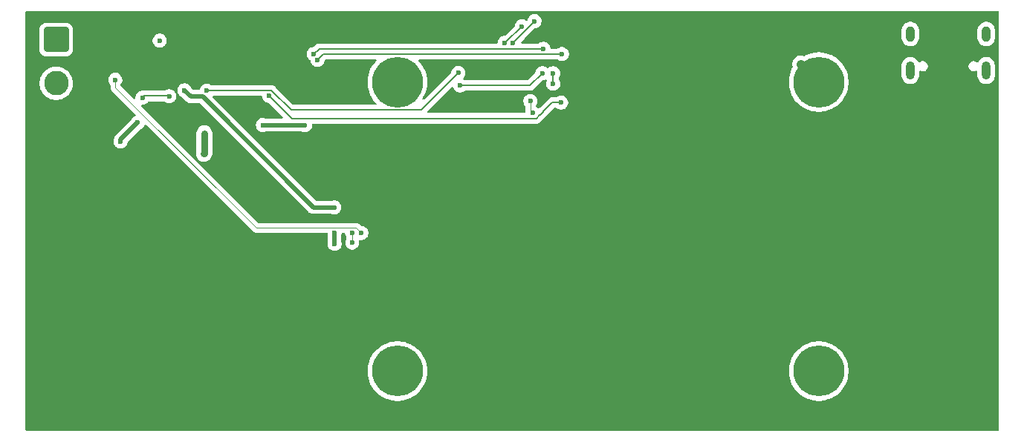
<source format=gbr>
%TF.GenerationSoftware,KiCad,Pcbnew,9.0.3*%
%TF.CreationDate,2025-11-10T23:22:15+01:00*%
%TF.ProjectId,AESS-PCB,41455353-2d50-4434-922e-6b696361645f,rev?*%
%TF.SameCoordinates,Original*%
%TF.FileFunction,Copper,L2,Bot*%
%TF.FilePolarity,Positive*%
%FSLAX46Y46*%
G04 Gerber Fmt 4.6, Leading zero omitted, Abs format (unit mm)*
G04 Created by KiCad (PCBNEW 9.0.3) date 2025-11-10 23:22:15*
%MOMM*%
%LPD*%
G01*
G04 APERTURE LIST*
G04 Aperture macros list*
%AMRoundRect*
0 Rectangle with rounded corners*
0 $1 Rounding radius*
0 $2 $3 $4 $5 $6 $7 $8 $9 X,Y pos of 4 corners*
0 Add a 4 corners polygon primitive as box body*
4,1,4,$2,$3,$4,$5,$6,$7,$8,$9,$2,$3,0*
0 Add four circle primitives for the rounded corners*
1,1,$1+$1,$2,$3*
1,1,$1+$1,$4,$5*
1,1,$1+$1,$6,$7*
1,1,$1+$1,$8,$9*
0 Add four rect primitives between the rounded corners*
20,1,$1+$1,$2,$3,$4,$5,0*
20,1,$1+$1,$4,$5,$6,$7,0*
20,1,$1+$1,$6,$7,$8,$9,0*
20,1,$1+$1,$8,$9,$2,$3,0*%
G04 Aperture macros list end*
%TA.AperFunction,HeatsinkPad*%
%ADD10O,1.000000X1.800000*%
%TD*%
%TA.AperFunction,HeatsinkPad*%
%ADD11O,1.000000X2.100000*%
%TD*%
%TA.AperFunction,ComponentPad*%
%ADD12RoundRect,0.250001X-1.149999X1.149999X-1.149999X-1.149999X1.149999X-1.149999X1.149999X1.149999X0*%
%TD*%
%TA.AperFunction,ComponentPad*%
%ADD13C,2.800000*%
%TD*%
%TA.AperFunction,ComponentPad*%
%ADD14C,5.800000*%
%TD*%
%TA.AperFunction,ViaPad*%
%ADD15C,0.600000*%
%TD*%
%TA.AperFunction,Conductor*%
%ADD16C,0.200000*%
%TD*%
%TA.AperFunction,Conductor*%
%ADD17C,0.500000*%
%TD*%
%TA.AperFunction,Conductor*%
%ADD18C,0.100000*%
%TD*%
%TA.AperFunction,Conductor*%
%ADD19C,1.000000*%
%TD*%
%TA.AperFunction,Conductor*%
%ADD20C,0.800000*%
%TD*%
G04 APERTURE END LIST*
D10*
%TO.P,J2,S1,SHIELD*%
%TO.N,GND*%
X120490000Y-15120000D03*
D11*
X120490000Y-19300000D03*
D10*
X129130000Y-15120000D03*
D11*
X129130000Y-19300000D03*
%TD*%
D12*
%TO.P,J3,1,Pin_1*%
%TO.N,/BAT+*%
X23182500Y-15750000D03*
D13*
%TO.P,J3,2,Pin_2*%
%TO.N,/BAT-*%
X23182500Y-20750000D03*
%TD*%
D14*
%TO.P,U1,SH1,MOUNTING_PADS*%
%TO.N,Net-(U1A-MOUNTING_PADS-PadSH1)*%
X62050000Y-20607500D03*
%TO.P,U1,SH3,MOUNTING_PADS*%
X62050000Y-53607500D03*
%TO.P,U1,SH2,MOUNTING_PADS*%
X110050000Y-20607500D03*
%TO.P,U1,SH4,MOUNTING_PADS*%
X110050000Y-53607500D03*
%TD*%
D15*
%TO.N,+5V*%
X40315084Y-21579000D03*
X69000000Y-19550000D03*
X36048414Y-22230936D03*
X33000000Y-22400000D03*
X32450000Y-25250000D03*
X30500000Y-27400000D03*
%TO.N,/SCL0*%
X56900000Y-38933500D03*
X56900000Y-37833500D03*
%TO.N,/3V3*%
X54900000Y-39100000D03*
X54900000Y-37800000D03*
%TO.N,GND*%
X79800000Y-20790000D03*
X79800000Y-19590000D03*
X40050000Y-26450000D03*
X40000000Y-28800000D03*
%TO.N,/BAT-*%
X34965397Y-15884603D03*
%TO.N,/3V3*%
X37800000Y-21550000D03*
X54867000Y-34917000D03*
%TO.N,/SCL0*%
X29900000Y-20350000D03*
%TO.N,/SDA0*%
X77200000Y-22761091D03*
X77477817Y-24150001D03*
%TO.N,/USB_DP*%
X74270000Y-16121000D03*
%TO.N,/USB_DN*%
X75190000Y-16170000D03*
X77680000Y-13660000D03*
%TO.N,/USB_DP*%
X76240735Y-14250735D03*
%TO.N,/SD_PWR_ON*%
X78560000Y-19590000D03*
X69200000Y-21010000D03*
%TO.N,GND*%
X51520000Y-25530000D03*
X46710000Y-25510000D03*
%TO.N,/SD_DAT2*%
X78690000Y-16806500D03*
X52538402Y-17404004D03*
%TO.N,/SD_DAT3*%
X80797985Y-17412015D03*
X52950000Y-18090000D03*
%TO.N,/SD_CMD*%
X47440000Y-22180000D03*
X80699750Y-22949750D03*
%TO.N,/SCL0*%
X57950000Y-37833500D03*
%TD*%
D16*
%TO.N,+5V*%
X36017478Y-22200000D02*
X36048414Y-22230936D01*
X33200000Y-22200000D02*
X36017478Y-22200000D01*
X33000000Y-22400000D02*
X33200000Y-22200000D01*
X64741500Y-23808500D02*
X69000000Y-19550000D01*
X49918443Y-23808500D02*
X64741500Y-23808500D01*
X40315084Y-21579000D02*
X47688943Y-21579000D01*
X47688943Y-21579000D02*
X49918443Y-23808500D01*
D17*
X30500000Y-27200000D02*
X32450000Y-25250000D01*
X30500000Y-27400000D02*
X30500000Y-27200000D01*
%TO.N,/3V3*%
X39850000Y-22260000D02*
X52507000Y-34917000D01*
X38510000Y-22260000D02*
X39850000Y-22260000D01*
X52507000Y-34917000D02*
X54867000Y-34917000D01*
X37800000Y-21550000D02*
X38510000Y-22260000D01*
D18*
%TO.N,/SCL0*%
X56900000Y-37833500D02*
X56900000Y-38933500D01*
D17*
%TO.N,/3V3*%
X54900000Y-37800000D02*
X54900000Y-39100000D01*
D18*
%TO.N,/SCL0*%
X29900000Y-21200000D02*
X45950000Y-37250000D01*
X45950000Y-37250000D02*
X57366500Y-37250000D01*
X29900000Y-20350000D02*
X29900000Y-21200000D01*
X57366500Y-37250000D02*
X57950000Y-37833500D01*
D19*
%TO.N,Net-(U1A-MOUNTING_PADS-PadSH1)*%
X108031500Y-18589000D02*
X110050000Y-20607500D01*
D16*
%TO.N,GND*%
X79800000Y-19590000D02*
X79800000Y-20790000D01*
D20*
X40000000Y-28800000D02*
X40050000Y-28750000D01*
X40050000Y-28750000D02*
X40050000Y-26450000D01*
D18*
%TO.N,/SDA0*%
X77200000Y-22761091D02*
X77200000Y-23872184D01*
X77200000Y-23872184D02*
X77477817Y-24150001D01*
D16*
%TO.N,/SD_CMD*%
X50010000Y-24750000D02*
X47440000Y-22180000D01*
X78269000Y-24351000D02*
X77870000Y-24750000D01*
X78298943Y-24351000D02*
X78269000Y-24351000D01*
X78651000Y-23998943D02*
X78298943Y-24351000D01*
X80699750Y-22949750D02*
X79670250Y-22949750D01*
X77870000Y-24750000D02*
X50010000Y-24750000D01*
X79670250Y-22949750D02*
X78651000Y-23969000D01*
X78651000Y-23969000D02*
X78651000Y-23998943D01*
%TO.N,/SD_PWR_ON*%
X77140000Y-21010000D02*
X78560000Y-19590000D01*
X69200000Y-21010000D02*
X77140000Y-21010000D01*
D17*
%TO.N,GND*%
X46710000Y-25510000D02*
X51500000Y-25510000D01*
X51500000Y-25510000D02*
X51520000Y-25530000D01*
D16*
%TO.N,/SD_DAT2*%
X53135906Y-16806500D02*
X78690000Y-16806500D01*
X52538402Y-17404004D02*
X53135906Y-16806500D01*
%TO.N,/SD_DAT3*%
X53633500Y-17406500D02*
X80792470Y-17406500D01*
X52950000Y-18090000D02*
X53633500Y-17406500D01*
X80792470Y-17406500D02*
X80797985Y-17412015D01*
%TO.N,/USB_DN*%
X77680000Y-13660000D02*
X75240000Y-16100000D01*
X75240000Y-16120000D02*
X75190000Y-16170000D01*
X75240000Y-16100000D02*
X75240000Y-16120000D01*
%TO.N,/USB_DP*%
X76189265Y-14250735D02*
X74419000Y-16021000D01*
X74170000Y-16021000D02*
X74270000Y-16121000D01*
X76240735Y-14250735D02*
X76189265Y-14250735D01*
X74419000Y-16021000D02*
X74170000Y-16021000D01*
%TD*%
%TA.AperFunction,NonConductor*%
G36*
X130542539Y-12520185D02*
G01*
X130588294Y-12572989D01*
X130599500Y-12624500D01*
X130599500Y-60275500D01*
X130579815Y-60342539D01*
X130527011Y-60388294D01*
X130475500Y-60399500D01*
X19774500Y-60399500D01*
X19707461Y-60379815D01*
X19661706Y-60327011D01*
X19650500Y-60275500D01*
X19650500Y-53440447D01*
X58649500Y-53440447D01*
X58649500Y-53774552D01*
X58682247Y-54107048D01*
X58682250Y-54107065D01*
X58747425Y-54434730D01*
X58747428Y-54434741D01*
X58844418Y-54754477D01*
X58972278Y-55063156D01*
X58972280Y-55063161D01*
X59129769Y-55357803D01*
X59129780Y-55357821D01*
X59315393Y-55635609D01*
X59315403Y-55635623D01*
X59527361Y-55893895D01*
X59763604Y-56130138D01*
X59763609Y-56130142D01*
X59763610Y-56130143D01*
X60021882Y-56342101D01*
X60299685Y-56527724D01*
X60299694Y-56527729D01*
X60299696Y-56527730D01*
X60594338Y-56685219D01*
X60594340Y-56685219D01*
X60594346Y-56685223D01*
X60903024Y-56813082D01*
X61222749Y-56910069D01*
X61222755Y-56910070D01*
X61222758Y-56910071D01*
X61222769Y-56910074D01*
X61428243Y-56950944D01*
X61550441Y-56975251D01*
X61882944Y-57008000D01*
X61882947Y-57008000D01*
X62217053Y-57008000D01*
X62217056Y-57008000D01*
X62549559Y-56975251D01*
X62711757Y-56942987D01*
X62877230Y-56910074D01*
X62877241Y-56910071D01*
X62877241Y-56910070D01*
X62877251Y-56910069D01*
X63196976Y-56813082D01*
X63505654Y-56685223D01*
X63800315Y-56527724D01*
X64078118Y-56342101D01*
X64336390Y-56130143D01*
X64572643Y-55893890D01*
X64784601Y-55635618D01*
X64970224Y-55357815D01*
X65127723Y-55063154D01*
X65255582Y-54754476D01*
X65352569Y-54434751D01*
X65352571Y-54434741D01*
X65352574Y-54434730D01*
X65385487Y-54269257D01*
X65417751Y-54107059D01*
X65450500Y-53774556D01*
X65450500Y-53440447D01*
X106649500Y-53440447D01*
X106649500Y-53774552D01*
X106682247Y-54107048D01*
X106682250Y-54107065D01*
X106747425Y-54434730D01*
X106747428Y-54434741D01*
X106844418Y-54754477D01*
X106972278Y-55063156D01*
X106972280Y-55063161D01*
X107129769Y-55357803D01*
X107129780Y-55357821D01*
X107315393Y-55635609D01*
X107315403Y-55635623D01*
X107527361Y-55893895D01*
X107763604Y-56130138D01*
X107763609Y-56130142D01*
X107763610Y-56130143D01*
X108021882Y-56342101D01*
X108299685Y-56527724D01*
X108299694Y-56527729D01*
X108299696Y-56527730D01*
X108594338Y-56685219D01*
X108594340Y-56685219D01*
X108594346Y-56685223D01*
X108903024Y-56813082D01*
X109222749Y-56910069D01*
X109222755Y-56910070D01*
X109222758Y-56910071D01*
X109222769Y-56910074D01*
X109428243Y-56950944D01*
X109550441Y-56975251D01*
X109882944Y-57008000D01*
X109882947Y-57008000D01*
X110217053Y-57008000D01*
X110217056Y-57008000D01*
X110549559Y-56975251D01*
X110711757Y-56942987D01*
X110877230Y-56910074D01*
X110877241Y-56910071D01*
X110877241Y-56910070D01*
X110877251Y-56910069D01*
X111196976Y-56813082D01*
X111505654Y-56685223D01*
X111800315Y-56527724D01*
X112078118Y-56342101D01*
X112336390Y-56130143D01*
X112572643Y-55893890D01*
X112784601Y-55635618D01*
X112970224Y-55357815D01*
X113127723Y-55063154D01*
X113255582Y-54754476D01*
X113352569Y-54434751D01*
X113352571Y-54434741D01*
X113352574Y-54434730D01*
X113385487Y-54269257D01*
X113417751Y-54107059D01*
X113450500Y-53774556D01*
X113450500Y-53440444D01*
X113417751Y-53107941D01*
X113393444Y-52985743D01*
X113352574Y-52780269D01*
X113352571Y-52780258D01*
X113352570Y-52780255D01*
X113352569Y-52780249D01*
X113255582Y-52460524D01*
X113127723Y-52151846D01*
X112970224Y-51857185D01*
X112784601Y-51579382D01*
X112572643Y-51321110D01*
X112572642Y-51321109D01*
X112572638Y-51321104D01*
X112336395Y-51084861D01*
X112078123Y-50872903D01*
X112078122Y-50872902D01*
X112078118Y-50872899D01*
X111800315Y-50687276D01*
X111800310Y-50687273D01*
X111800303Y-50687269D01*
X111505661Y-50529780D01*
X111505656Y-50529778D01*
X111196977Y-50401918D01*
X110877241Y-50304928D01*
X110877230Y-50304925D01*
X110549565Y-50239750D01*
X110549548Y-50239747D01*
X110298108Y-50214983D01*
X110217056Y-50207000D01*
X109882944Y-50207000D01*
X109807982Y-50214383D01*
X109550451Y-50239747D01*
X109550434Y-50239750D01*
X109222769Y-50304925D01*
X109222758Y-50304928D01*
X108903022Y-50401918D01*
X108594343Y-50529778D01*
X108594338Y-50529780D01*
X108299696Y-50687269D01*
X108299678Y-50687280D01*
X108021890Y-50872893D01*
X108021876Y-50872903D01*
X107763604Y-51084861D01*
X107527361Y-51321104D01*
X107315403Y-51579376D01*
X107315393Y-51579390D01*
X107129780Y-51857178D01*
X107129769Y-51857196D01*
X106972280Y-52151838D01*
X106972278Y-52151843D01*
X106844418Y-52460522D01*
X106747428Y-52780258D01*
X106747425Y-52780269D01*
X106682250Y-53107934D01*
X106682247Y-53107951D01*
X106649500Y-53440447D01*
X65450500Y-53440447D01*
X65450500Y-53440444D01*
X65417751Y-53107941D01*
X65393444Y-52985743D01*
X65352574Y-52780269D01*
X65352571Y-52780258D01*
X65352570Y-52780255D01*
X65352569Y-52780249D01*
X65255582Y-52460524D01*
X65127723Y-52151846D01*
X64970224Y-51857185D01*
X64784601Y-51579382D01*
X64572643Y-51321110D01*
X64572642Y-51321109D01*
X64572638Y-51321104D01*
X64336395Y-51084861D01*
X64078123Y-50872903D01*
X64078122Y-50872902D01*
X64078118Y-50872899D01*
X63800315Y-50687276D01*
X63800310Y-50687273D01*
X63800303Y-50687269D01*
X63505661Y-50529780D01*
X63505656Y-50529778D01*
X63196977Y-50401918D01*
X62877241Y-50304928D01*
X62877230Y-50304925D01*
X62549565Y-50239750D01*
X62549548Y-50239747D01*
X62298108Y-50214983D01*
X62217056Y-50207000D01*
X61882944Y-50207000D01*
X61807982Y-50214383D01*
X61550451Y-50239747D01*
X61550434Y-50239750D01*
X61222769Y-50304925D01*
X61222758Y-50304928D01*
X60903022Y-50401918D01*
X60594343Y-50529778D01*
X60594338Y-50529780D01*
X60299696Y-50687269D01*
X60299678Y-50687280D01*
X60021890Y-50872893D01*
X60021876Y-50872903D01*
X59763604Y-51084861D01*
X59527361Y-51321104D01*
X59315403Y-51579376D01*
X59315393Y-51579390D01*
X59129780Y-51857178D01*
X59129769Y-51857196D01*
X58972280Y-52151838D01*
X58972278Y-52151843D01*
X58844418Y-52460522D01*
X58747428Y-52780258D01*
X58747425Y-52780269D01*
X58682250Y-53107934D01*
X58682247Y-53107951D01*
X58649500Y-53440447D01*
X19650500Y-53440447D01*
X19650500Y-20625441D01*
X21282000Y-20625441D01*
X21282000Y-20874558D01*
X21282001Y-20874575D01*
X21312606Y-21107048D01*
X21314518Y-21121565D01*
X21374521Y-21345498D01*
X21378998Y-21362207D01*
X21474330Y-21592361D01*
X21474337Y-21592376D01*
X21598900Y-21808126D01*
X21750560Y-22005774D01*
X21750566Y-22005781D01*
X21926718Y-22181933D01*
X21926725Y-22181939D01*
X22124373Y-22333599D01*
X22340123Y-22458162D01*
X22340138Y-22458169D01*
X22390048Y-22478842D01*
X22570293Y-22553502D01*
X22810935Y-22617982D01*
X23057935Y-22650500D01*
X23057942Y-22650500D01*
X23307058Y-22650500D01*
X23307065Y-22650500D01*
X23554065Y-22617982D01*
X23794707Y-22553502D01*
X24024873Y-22458164D01*
X24240627Y-22333599D01*
X24438276Y-22181938D01*
X24614438Y-22005776D01*
X24766099Y-21808127D01*
X24890664Y-21592373D01*
X24986002Y-21362207D01*
X25050482Y-21121565D01*
X25083000Y-20874565D01*
X25083000Y-20625435D01*
X25050482Y-20378435D01*
X25021736Y-20271153D01*
X29099500Y-20271153D01*
X29099500Y-20428846D01*
X29130261Y-20583489D01*
X29130264Y-20583501D01*
X29190602Y-20729172D01*
X29190609Y-20729185D01*
X29278210Y-20860288D01*
X29278213Y-20860292D01*
X29313180Y-20895258D01*
X29346666Y-20956580D01*
X29349500Y-20982940D01*
X29349500Y-21272474D01*
X29369067Y-21345502D01*
X29387014Y-21412480D01*
X29387016Y-21412485D01*
X29449979Y-21521542D01*
X29459489Y-21538013D01*
X29459491Y-21538016D01*
X32216259Y-24294784D01*
X32249744Y-24356107D01*
X32244760Y-24425799D01*
X32202888Y-24481732D01*
X32176031Y-24497026D01*
X32070824Y-24540604D01*
X32070814Y-24540609D01*
X31939711Y-24628210D01*
X31939707Y-24628213D01*
X31828213Y-24739707D01*
X31828207Y-24739715D01*
X31740607Y-24870818D01*
X31740605Y-24870822D01*
X31730805Y-24894480D01*
X31703927Y-24934704D01*
X29917052Y-26721578D01*
X29917049Y-26721581D01*
X29881691Y-26774498D01*
X29881692Y-26774499D01*
X29834914Y-26844508D01*
X29778342Y-26981084D01*
X29778340Y-26981090D01*
X29754186Y-27102518D01*
X29747132Y-27125774D01*
X29730262Y-27166503D01*
X29730262Y-27166505D01*
X29699500Y-27321155D01*
X29699500Y-27478846D01*
X29730261Y-27633489D01*
X29730264Y-27633501D01*
X29790602Y-27779172D01*
X29790609Y-27779185D01*
X29878210Y-27910288D01*
X29878213Y-27910292D01*
X29989707Y-28021786D01*
X29989711Y-28021789D01*
X30120814Y-28109390D01*
X30120827Y-28109397D01*
X30266498Y-28169735D01*
X30266503Y-28169737D01*
X30421153Y-28200499D01*
X30421156Y-28200500D01*
X30421158Y-28200500D01*
X30578844Y-28200500D01*
X30578845Y-28200499D01*
X30733497Y-28169737D01*
X30879179Y-28109394D01*
X31010289Y-28021789D01*
X31121789Y-27910289D01*
X31209394Y-27779179D01*
X31269737Y-27633497D01*
X31297625Y-27493294D01*
X31330009Y-27431384D01*
X31331504Y-27429862D01*
X32765295Y-25996070D01*
X32805519Y-25969193D01*
X32829179Y-25959394D01*
X32960289Y-25871789D01*
X33071789Y-25760289D01*
X33159394Y-25629179D01*
X33159395Y-25629176D01*
X33159397Y-25629173D01*
X33202973Y-25523969D01*
X33246813Y-25469565D01*
X33313107Y-25447500D01*
X33380807Y-25464779D01*
X33405215Y-25483740D01*
X45611986Y-37690510D01*
X45665070Y-37721158D01*
X45737515Y-37762984D01*
X45877525Y-37800500D01*
X45877526Y-37800500D01*
X46022474Y-37800500D01*
X53982152Y-37800500D01*
X54010331Y-37808774D01*
X54039171Y-37814387D01*
X54043476Y-37818506D01*
X54049191Y-37820185D01*
X54068422Y-37842379D01*
X54089651Y-37862694D01*
X54092421Y-37870075D01*
X54094946Y-37872989D01*
X54102709Y-37895484D01*
X54103292Y-37897909D01*
X54130263Y-38033497D01*
X54143781Y-38066133D01*
X54146057Y-38075588D01*
X54145593Y-38084964D01*
X54149500Y-38104604D01*
X54149500Y-38795396D01*
X54140062Y-38842844D01*
X54130263Y-38866503D01*
X54130262Y-38866506D01*
X54130260Y-38866511D01*
X54099500Y-39021153D01*
X54099500Y-39178846D01*
X54130261Y-39333489D01*
X54130264Y-39333501D01*
X54190602Y-39479172D01*
X54190609Y-39479185D01*
X54278210Y-39610288D01*
X54278213Y-39610292D01*
X54389707Y-39721786D01*
X54389711Y-39721789D01*
X54520814Y-39809390D01*
X54520827Y-39809397D01*
X54666498Y-39869735D01*
X54666503Y-39869737D01*
X54821153Y-39900499D01*
X54821156Y-39900500D01*
X54821158Y-39900500D01*
X54978844Y-39900500D01*
X54978845Y-39900499D01*
X55133497Y-39869737D01*
X55279179Y-39809394D01*
X55410289Y-39721789D01*
X55521789Y-39610289D01*
X55609394Y-39479179D01*
X55669737Y-39333497D01*
X55700500Y-39178842D01*
X55700500Y-39021158D01*
X55700500Y-39021155D01*
X55700499Y-39021153D01*
X55669739Y-38866511D01*
X55669738Y-38866508D01*
X55669737Y-38866503D01*
X55659937Y-38842844D01*
X55650500Y-38795396D01*
X55650500Y-38104604D01*
X55653943Y-38075588D01*
X55656218Y-38066133D01*
X55669737Y-38033497D01*
X55696707Y-37897909D01*
X55697291Y-37895484D01*
X55713518Y-37867258D01*
X55728616Y-37838397D01*
X55730840Y-37837130D01*
X55732116Y-37834912D01*
X55761027Y-37819940D01*
X55789332Y-37803823D01*
X55792971Y-37803398D01*
X55794161Y-37802783D01*
X55796431Y-37802995D01*
X55817848Y-37800500D01*
X55976097Y-37800500D01*
X56043136Y-37820185D01*
X56088891Y-37872989D01*
X56097910Y-37906447D01*
X56098311Y-37906368D01*
X56130261Y-38066989D01*
X56130264Y-38067001D01*
X56190602Y-38212672D01*
X56190609Y-38212685D01*
X56258713Y-38314609D01*
X56279591Y-38381287D01*
X56261107Y-38448667D01*
X56258713Y-38452391D01*
X56190609Y-38554314D01*
X56190602Y-38554327D01*
X56130264Y-38699998D01*
X56130261Y-38700010D01*
X56099500Y-38854653D01*
X56099500Y-39012346D01*
X56130261Y-39166989D01*
X56130264Y-39167001D01*
X56190602Y-39312672D01*
X56190609Y-39312685D01*
X56278210Y-39443788D01*
X56278213Y-39443792D01*
X56389707Y-39555286D01*
X56389711Y-39555289D01*
X56520814Y-39642890D01*
X56520827Y-39642897D01*
X56666498Y-39703235D01*
X56666503Y-39703237D01*
X56759770Y-39721789D01*
X56821153Y-39733999D01*
X56821156Y-39734000D01*
X56821158Y-39734000D01*
X56978844Y-39734000D01*
X56978845Y-39733999D01*
X57133497Y-39703237D01*
X57279179Y-39642894D01*
X57410289Y-39555289D01*
X57521789Y-39443789D01*
X57609394Y-39312679D01*
X57669737Y-39166997D01*
X57700500Y-39012342D01*
X57700500Y-38854658D01*
X57683974Y-38771577D01*
X57690201Y-38701988D01*
X57733063Y-38646810D01*
X57798953Y-38623565D01*
X57829783Y-38625770D01*
X57871156Y-38634000D01*
X57871158Y-38634000D01*
X58028844Y-38634000D01*
X58028845Y-38633999D01*
X58183497Y-38603237D01*
X58301592Y-38554321D01*
X58329172Y-38542897D01*
X58329172Y-38542896D01*
X58329179Y-38542894D01*
X58460289Y-38455289D01*
X58571789Y-38343789D01*
X58659394Y-38212679D01*
X58719737Y-38066997D01*
X58750500Y-37912342D01*
X58750500Y-37754658D01*
X58750500Y-37754655D01*
X58750499Y-37754653D01*
X58719738Y-37600010D01*
X58719737Y-37600003D01*
X58719735Y-37599998D01*
X58659397Y-37454327D01*
X58659390Y-37454314D01*
X58571789Y-37323211D01*
X58571786Y-37323207D01*
X58460292Y-37211713D01*
X58460288Y-37211710D01*
X58329185Y-37124109D01*
X58329172Y-37124102D01*
X58183501Y-37063764D01*
X58183489Y-37063761D01*
X58028845Y-37033000D01*
X58028842Y-37033000D01*
X57979387Y-37033000D01*
X57912348Y-37013315D01*
X57891706Y-36996681D01*
X57704516Y-36809491D01*
X57704515Y-36809490D01*
X57578985Y-36737016D01*
X57578986Y-36737016D01*
X57543982Y-36727637D01*
X57438975Y-36699500D01*
X57438972Y-36699500D01*
X46229386Y-36699500D01*
X46162347Y-36679815D01*
X46141705Y-36663181D01*
X38271422Y-28792897D01*
X38189833Y-28711308D01*
X39099500Y-28711308D01*
X39099500Y-28718555D01*
X39099500Y-28888696D01*
X39134103Y-29062658D01*
X39134105Y-29062666D01*
X39201988Y-29226548D01*
X39300534Y-29374034D01*
X39300540Y-29374041D01*
X39425958Y-29499459D01*
X39425965Y-29499465D01*
X39573451Y-29598011D01*
X39573452Y-29598011D01*
X39573453Y-29598012D01*
X39737334Y-29665895D01*
X39911303Y-29700499D01*
X39911307Y-29700500D01*
X39911308Y-29700500D01*
X40088693Y-29700500D01*
X40088694Y-29700499D01*
X40262666Y-29665895D01*
X40426547Y-29598012D01*
X40574036Y-29499464D01*
X40749464Y-29324035D01*
X40761998Y-29305276D01*
X40848013Y-29176547D01*
X40907266Y-29033497D01*
X40915895Y-29012666D01*
X40950500Y-28838691D01*
X40950500Y-28661308D01*
X40950500Y-26361309D01*
X40950500Y-26361306D01*
X40950499Y-26361304D01*
X40915896Y-26187341D01*
X40915893Y-26187332D01*
X40848016Y-26023459D01*
X40848009Y-26023446D01*
X40749464Y-25875965D01*
X40749461Y-25875961D01*
X40624038Y-25750538D01*
X40624034Y-25750535D01*
X40476553Y-25651990D01*
X40476540Y-25651983D01*
X40312667Y-25584106D01*
X40312658Y-25584103D01*
X40138694Y-25549500D01*
X40138691Y-25549500D01*
X39961309Y-25549500D01*
X39961306Y-25549500D01*
X39787341Y-25584103D01*
X39787332Y-25584106D01*
X39623459Y-25651983D01*
X39623446Y-25651990D01*
X39475965Y-25750535D01*
X39475961Y-25750538D01*
X39350538Y-25875961D01*
X39350535Y-25875965D01*
X39251990Y-26023446D01*
X39251983Y-26023459D01*
X39184106Y-26187332D01*
X39184103Y-26187341D01*
X39149500Y-26361304D01*
X39149500Y-28475502D01*
X39148018Y-28482948D01*
X39146663Y-28501875D01*
X39144304Y-28512709D01*
X39134105Y-28537334D01*
X39099500Y-28711308D01*
X38189833Y-28711308D01*
X32890706Y-23412181D01*
X32857221Y-23350858D01*
X32862205Y-23281166D01*
X32904077Y-23225233D01*
X32969541Y-23200816D01*
X32978387Y-23200500D01*
X33078844Y-23200500D01*
X33078845Y-23200499D01*
X33233497Y-23169737D01*
X33379179Y-23109394D01*
X33510289Y-23021789D01*
X33621789Y-22910289D01*
X33658325Y-22855610D01*
X33711937Y-22810804D01*
X33761427Y-22800500D01*
X35434537Y-22800500D01*
X35501576Y-22820185D01*
X35522218Y-22836819D01*
X35538121Y-22852722D01*
X35538125Y-22852725D01*
X35669228Y-22940326D01*
X35669241Y-22940333D01*
X35800207Y-22994580D01*
X35814917Y-23000673D01*
X35963283Y-23030185D01*
X35969567Y-23031435D01*
X35969570Y-23031436D01*
X35969572Y-23031436D01*
X36127258Y-23031436D01*
X36127259Y-23031435D01*
X36281911Y-23000673D01*
X36427593Y-22940330D01*
X36558703Y-22852725D01*
X36670203Y-22741225D01*
X36757808Y-22610115D01*
X36818151Y-22464433D01*
X36848914Y-22309778D01*
X36848914Y-22152094D01*
X36848914Y-22152091D01*
X36848913Y-22152089D01*
X36831223Y-22063156D01*
X36818151Y-21997439D01*
X36802888Y-21960591D01*
X36757811Y-21851763D01*
X36757804Y-21851750D01*
X36670203Y-21720647D01*
X36670200Y-21720643D01*
X36558706Y-21609149D01*
X36558702Y-21609146D01*
X36497374Y-21568168D01*
X36427599Y-21521545D01*
X36427586Y-21521538D01*
X36305944Y-21471153D01*
X36999500Y-21471153D01*
X36999500Y-21628846D01*
X37030261Y-21783489D01*
X37030264Y-21783501D01*
X37090602Y-21929172D01*
X37090609Y-21929185D01*
X37178210Y-22060288D01*
X37178213Y-22060292D01*
X37289710Y-22171789D01*
X37377315Y-22230324D01*
X37420821Y-22259394D01*
X37420826Y-22259396D01*
X37420828Y-22259397D01*
X37444473Y-22269191D01*
X37484705Y-22296072D01*
X37927049Y-22738416D01*
X38031584Y-22842951D01*
X38031587Y-22842953D01*
X38031588Y-22842954D01*
X38154503Y-22925083D01*
X38154506Y-22925085D01*
X38204665Y-22945861D01*
X38211080Y-22948518D01*
X38291088Y-22981659D01*
X38407241Y-23004763D01*
X38430380Y-23009365D01*
X38436081Y-23010500D01*
X38436082Y-23010500D01*
X38436083Y-23010500D01*
X38583918Y-23010500D01*
X39487770Y-23010500D01*
X39554809Y-23030185D01*
X39575451Y-23046819D01*
X52028578Y-35499947D01*
X52028585Y-35499953D01*
X52086704Y-35538786D01*
X52086706Y-35538787D01*
X52086709Y-35538789D01*
X52151505Y-35582084D01*
X52288087Y-35638658D01*
X52288091Y-35638658D01*
X52288092Y-35638659D01*
X52433079Y-35667500D01*
X52433082Y-35667500D01*
X52433083Y-35667500D01*
X52580917Y-35667500D01*
X54562396Y-35667500D01*
X54609844Y-35676937D01*
X54633503Y-35686737D01*
X54633508Y-35686738D01*
X54633511Y-35686739D01*
X54788153Y-35717499D01*
X54788156Y-35717500D01*
X54788158Y-35717500D01*
X54945844Y-35717500D01*
X54945845Y-35717499D01*
X55100497Y-35686737D01*
X55246179Y-35626394D01*
X55377289Y-35538789D01*
X55488789Y-35427289D01*
X55576394Y-35296179D01*
X55636737Y-35150497D01*
X55667500Y-34995842D01*
X55667500Y-34838158D01*
X55667500Y-34838155D01*
X55667499Y-34838153D01*
X55636738Y-34683510D01*
X55636737Y-34683503D01*
X55636735Y-34683498D01*
X55576397Y-34537827D01*
X55576390Y-34537814D01*
X55488789Y-34406711D01*
X55488786Y-34406707D01*
X55377292Y-34295213D01*
X55377288Y-34295210D01*
X55246185Y-34207609D01*
X55246172Y-34207602D01*
X55100501Y-34147264D01*
X55100489Y-34147261D01*
X54945845Y-34116500D01*
X54945842Y-34116500D01*
X54788158Y-34116500D01*
X54788155Y-34116500D01*
X54633511Y-34147260D01*
X54633506Y-34147262D01*
X54633504Y-34147262D01*
X54633503Y-34147263D01*
X54609844Y-34157062D01*
X54562396Y-34166500D01*
X52869230Y-34166500D01*
X52802191Y-34146815D01*
X52781549Y-34130181D01*
X41042549Y-22391181D01*
X41009064Y-22329858D01*
X41014048Y-22260166D01*
X41055920Y-22204233D01*
X41121384Y-22179816D01*
X41130230Y-22179500D01*
X46521954Y-22179500D01*
X46588993Y-22199185D01*
X46634748Y-22251989D01*
X46643571Y-22279309D01*
X46670261Y-22413489D01*
X46670263Y-22413497D01*
X46730602Y-22559172D01*
X46730609Y-22559185D01*
X46818210Y-22690288D01*
X46818213Y-22690292D01*
X46929707Y-22801786D01*
X46929711Y-22801789D01*
X47060814Y-22889390D01*
X47060827Y-22889397D01*
X47197145Y-22945861D01*
X47206503Y-22949737D01*
X47271147Y-22962595D01*
X47361849Y-22980638D01*
X47423760Y-23013023D01*
X47425339Y-23014574D01*
X48958584Y-24547819D01*
X48992069Y-24609142D01*
X48987085Y-24678834D01*
X48945213Y-24734767D01*
X48879749Y-24759184D01*
X48870903Y-24759500D01*
X47014604Y-24759500D01*
X46967155Y-24750062D01*
X46943497Y-24740263D01*
X46943493Y-24740262D01*
X46943488Y-24740260D01*
X46788845Y-24709500D01*
X46788842Y-24709500D01*
X46631158Y-24709500D01*
X46631155Y-24709500D01*
X46476510Y-24740261D01*
X46476498Y-24740264D01*
X46330827Y-24800602D01*
X46330814Y-24800609D01*
X46199711Y-24888210D01*
X46199707Y-24888213D01*
X46088213Y-24999707D01*
X46088210Y-24999711D01*
X46000609Y-25130814D01*
X46000602Y-25130827D01*
X45940264Y-25276498D01*
X45940261Y-25276510D01*
X45909500Y-25431153D01*
X45909500Y-25588846D01*
X45940261Y-25743489D01*
X45940264Y-25743501D01*
X46000602Y-25889172D01*
X46000609Y-25889185D01*
X46088210Y-26020288D01*
X46088213Y-26020292D01*
X46199707Y-26131786D01*
X46199711Y-26131789D01*
X46330814Y-26219390D01*
X46330827Y-26219397D01*
X46430060Y-26260500D01*
X46476503Y-26279737D01*
X46631153Y-26310499D01*
X46631156Y-26310500D01*
X46631158Y-26310500D01*
X46788844Y-26310500D01*
X46788845Y-26310499D01*
X46865152Y-26295320D01*
X46943488Y-26279739D01*
X46943489Y-26279738D01*
X46943497Y-26279737D01*
X46967155Y-26269937D01*
X47014604Y-26260500D01*
X51167111Y-26260500D01*
X51214563Y-26269939D01*
X51238223Y-26279739D01*
X51286503Y-26299737D01*
X51441153Y-26330499D01*
X51441156Y-26330500D01*
X51441158Y-26330500D01*
X51598844Y-26330500D01*
X51598845Y-26330499D01*
X51753497Y-26299737D01*
X51899179Y-26239394D01*
X52030289Y-26151789D01*
X52141789Y-26040289D01*
X52229394Y-25909179D01*
X52289737Y-25763497D01*
X52320500Y-25608842D01*
X52320500Y-25474500D01*
X52340185Y-25407461D01*
X52392989Y-25361706D01*
X52444500Y-25350500D01*
X77783331Y-25350500D01*
X77783347Y-25350501D01*
X77790943Y-25350501D01*
X77949054Y-25350501D01*
X77949057Y-25350501D01*
X78101785Y-25309577D01*
X78159070Y-25276503D01*
X78238716Y-25230520D01*
X78350520Y-25118716D01*
X78350520Y-25118714D01*
X78360724Y-25108511D01*
X78360728Y-25108506D01*
X78585268Y-24883965D01*
X78610945Y-24864263D01*
X78667659Y-24831520D01*
X78779463Y-24719716D01*
X78779464Y-24719714D01*
X79131520Y-24367659D01*
X79164262Y-24310946D01*
X79183965Y-24285268D01*
X79882666Y-23586569D01*
X79909593Y-23571865D01*
X79935412Y-23555273D01*
X79941612Y-23554381D01*
X79943989Y-23553084D01*
X79970347Y-23550250D01*
X80119984Y-23550250D01*
X80187023Y-23569935D01*
X80188875Y-23571148D01*
X80320564Y-23659140D01*
X80320577Y-23659147D01*
X80466248Y-23719485D01*
X80466253Y-23719487D01*
X80620903Y-23750249D01*
X80620906Y-23750250D01*
X80620908Y-23750250D01*
X80778594Y-23750250D01*
X80778595Y-23750249D01*
X80933247Y-23719487D01*
X81078929Y-23659144D01*
X81210039Y-23571539D01*
X81321539Y-23460039D01*
X81409144Y-23328929D01*
X81469487Y-23183247D01*
X81500250Y-23028592D01*
X81500250Y-22870908D01*
X81500250Y-22870905D01*
X81500249Y-22870903D01*
X81496633Y-22852722D01*
X81469487Y-22716253D01*
X81458734Y-22690292D01*
X81409147Y-22570577D01*
X81409140Y-22570564D01*
X81321539Y-22439461D01*
X81321536Y-22439457D01*
X81210042Y-22327963D01*
X81210038Y-22327960D01*
X81078935Y-22240359D01*
X81078922Y-22240352D01*
X80933251Y-22180014D01*
X80933239Y-22180011D01*
X80778595Y-22149250D01*
X80778592Y-22149250D01*
X80620908Y-22149250D01*
X80620905Y-22149250D01*
X80466260Y-22180011D01*
X80466248Y-22180014D01*
X80320577Y-22240352D01*
X80320564Y-22240359D01*
X80188875Y-22328352D01*
X80122197Y-22349230D01*
X80119984Y-22349250D01*
X79749307Y-22349250D01*
X79591193Y-22349250D01*
X79438465Y-22390173D01*
X79438464Y-22390173D01*
X79438462Y-22390174D01*
X79438459Y-22390175D01*
X79398068Y-22413496D01*
X79398066Y-22413497D01*
X79301540Y-22469225D01*
X79301532Y-22469231D01*
X78282286Y-23488477D01*
X78282286Y-23488478D01*
X78282284Y-23488480D01*
X78242553Y-23528211D01*
X78203010Y-23567754D01*
X78141686Y-23601238D01*
X78071995Y-23596253D01*
X78027648Y-23567753D01*
X77988109Y-23528214D01*
X77988105Y-23528211D01*
X77857585Y-23441000D01*
X77812780Y-23387388D01*
X77804073Y-23318063D01*
X77823373Y-23269009D01*
X77909394Y-23140270D01*
X77969737Y-22994588D01*
X78000500Y-22839933D01*
X78000500Y-22682249D01*
X78000500Y-22682246D01*
X78000499Y-22682244D01*
X77991223Y-22635609D01*
X77969737Y-22527594D01*
X77969735Y-22527589D01*
X77909397Y-22381918D01*
X77909390Y-22381905D01*
X77821789Y-22250802D01*
X77821786Y-22250798D01*
X77710292Y-22139304D01*
X77710288Y-22139301D01*
X77579185Y-22051700D01*
X77579172Y-22051693D01*
X77433501Y-21991355D01*
X77433489Y-21991352D01*
X77278845Y-21960591D01*
X77278842Y-21960591D01*
X77121158Y-21960591D01*
X77121155Y-21960591D01*
X76966510Y-21991352D01*
X76966498Y-21991355D01*
X76820827Y-22051693D01*
X76820814Y-22051700D01*
X76689711Y-22139301D01*
X76689707Y-22139304D01*
X76578213Y-22250798D01*
X76578210Y-22250802D01*
X76490609Y-22381905D01*
X76490602Y-22381918D01*
X76430264Y-22527589D01*
X76430261Y-22527601D01*
X76399500Y-22682244D01*
X76399500Y-22839937D01*
X76430261Y-22994580D01*
X76430264Y-22994592D01*
X76490602Y-23140263D01*
X76490609Y-23140276D01*
X76578210Y-23271379D01*
X76578213Y-23271383D01*
X76613180Y-23306349D01*
X76646666Y-23367671D01*
X76649500Y-23394031D01*
X76649500Y-23944658D01*
X76662562Y-23993407D01*
X76660899Y-24063257D01*
X76621736Y-24121119D01*
X76557507Y-24148623D01*
X76542787Y-24149500D01*
X65549097Y-24149500D01*
X65482058Y-24129815D01*
X65436303Y-24077011D01*
X65426359Y-24007853D01*
X65455384Y-23944297D01*
X65461416Y-23937819D01*
X66840063Y-22559172D01*
X68220678Y-21178556D01*
X68281999Y-21145073D01*
X68351691Y-21150057D01*
X68407624Y-21191929D01*
X68428077Y-21237791D01*
X68428494Y-21237665D01*
X68429499Y-21240978D01*
X68429974Y-21242043D01*
X68430263Y-21243497D01*
X68430264Y-21243501D01*
X68490602Y-21389172D01*
X68490609Y-21389185D01*
X68578210Y-21520288D01*
X68578213Y-21520292D01*
X68689707Y-21631786D01*
X68689711Y-21631789D01*
X68820814Y-21719390D01*
X68820827Y-21719397D01*
X68962816Y-21778210D01*
X68966503Y-21779737D01*
X69109223Y-21808126D01*
X69121153Y-21810499D01*
X69121156Y-21810500D01*
X69121158Y-21810500D01*
X69278844Y-21810500D01*
X69278845Y-21810499D01*
X69433497Y-21779737D01*
X69579179Y-21719394D01*
X69622259Y-21690609D01*
X69710875Y-21631398D01*
X69777553Y-21610520D01*
X69779766Y-21610500D01*
X77053331Y-21610500D01*
X77053347Y-21610501D01*
X77060943Y-21610501D01*
X77219054Y-21610501D01*
X77219057Y-21610501D01*
X77371785Y-21569577D01*
X77441200Y-21529500D01*
X77508716Y-21490520D01*
X77620520Y-21378716D01*
X77620520Y-21378714D01*
X77630724Y-21368511D01*
X77630727Y-21368506D01*
X78574662Y-20424572D01*
X78635983Y-20391089D01*
X78638150Y-20390638D01*
X78699496Y-20378435D01*
X78793497Y-20359737D01*
X78901107Y-20315164D01*
X78970576Y-20307695D01*
X79033055Y-20338970D01*
X79068707Y-20399059D01*
X79066213Y-20468884D01*
X79063120Y-20477177D01*
X79030264Y-20556498D01*
X79030261Y-20556510D01*
X78999500Y-20711153D01*
X78999500Y-20868846D01*
X79030261Y-21023489D01*
X79030264Y-21023501D01*
X79090602Y-21169172D01*
X79090609Y-21169185D01*
X79178210Y-21300288D01*
X79178213Y-21300292D01*
X79289707Y-21411786D01*
X79289711Y-21411789D01*
X79420814Y-21499390D01*
X79420827Y-21499397D01*
X79514063Y-21538016D01*
X79566503Y-21559737D01*
X79721153Y-21590499D01*
X79721156Y-21590500D01*
X79721158Y-21590500D01*
X79878844Y-21590500D01*
X79878845Y-21590499D01*
X80033497Y-21559737D01*
X80179179Y-21499394D01*
X80310289Y-21411789D01*
X80421789Y-21300289D01*
X80509394Y-21169179D01*
X80569737Y-21023497D01*
X80600500Y-20868842D01*
X80600500Y-20711158D01*
X80600500Y-20711155D01*
X80600499Y-20711153D01*
X80583787Y-20627136D01*
X80569737Y-20556503D01*
X80569735Y-20556498D01*
X80540059Y-20484852D01*
X80521665Y-20440444D01*
X106649500Y-20440444D01*
X106649500Y-20774556D01*
X106656006Y-20840609D01*
X106682247Y-21107048D01*
X106682250Y-21107065D01*
X106747425Y-21434730D01*
X106747428Y-21434741D01*
X106844418Y-21754477D01*
X106972278Y-22063156D01*
X106972280Y-22063161D01*
X107129769Y-22357803D01*
X107129780Y-22357821D01*
X107315393Y-22635609D01*
X107315403Y-22635623D01*
X107527361Y-22893895D01*
X107763604Y-23130138D01*
X107763609Y-23130142D01*
X107763610Y-23130143D01*
X108021882Y-23342101D01*
X108299685Y-23527724D01*
X108299694Y-23527729D01*
X108299696Y-23527730D01*
X108594338Y-23685219D01*
X108594340Y-23685219D01*
X108594346Y-23685223D01*
X108903024Y-23813082D01*
X109222749Y-23910069D01*
X109222755Y-23910070D01*
X109222758Y-23910071D01*
X109222769Y-23910074D01*
X109428243Y-23950944D01*
X109550441Y-23975251D01*
X109882944Y-24008000D01*
X109882947Y-24008000D01*
X110217053Y-24008000D01*
X110217056Y-24008000D01*
X110549559Y-23975251D01*
X110711757Y-23942987D01*
X110877230Y-23910074D01*
X110877241Y-23910071D01*
X110877241Y-23910070D01*
X110877251Y-23910069D01*
X111196976Y-23813082D01*
X111505654Y-23685223D01*
X111800315Y-23527724D01*
X112078118Y-23342101D01*
X112336390Y-23130143D01*
X112572643Y-22893890D01*
X112784601Y-22635618D01*
X112970224Y-22357815D01*
X113127723Y-22063154D01*
X113255582Y-21754476D01*
X113352569Y-21434751D01*
X113352571Y-21434741D01*
X113352574Y-21434730D01*
X113391772Y-21237665D01*
X113417751Y-21107059D01*
X113450500Y-20774556D01*
X113450500Y-20440444D01*
X113417751Y-20107941D01*
X113386045Y-19948543D01*
X119489499Y-19948543D01*
X119527947Y-20141829D01*
X119527950Y-20141839D01*
X119603364Y-20323907D01*
X119603371Y-20323920D01*
X119712860Y-20487781D01*
X119712863Y-20487785D01*
X119852214Y-20627136D01*
X119852218Y-20627139D01*
X120016079Y-20736628D01*
X120016092Y-20736635D01*
X120198160Y-20812049D01*
X120198165Y-20812051D01*
X120198169Y-20812051D01*
X120198170Y-20812052D01*
X120391456Y-20850500D01*
X120391459Y-20850500D01*
X120588543Y-20850500D01*
X120718582Y-20824632D01*
X120781835Y-20812051D01*
X120963914Y-20736632D01*
X121127782Y-20627139D01*
X121267139Y-20487782D01*
X121376632Y-20323914D01*
X121452051Y-20141835D01*
X121486067Y-19970827D01*
X121490500Y-19948543D01*
X121490500Y-19431333D01*
X121510185Y-19364294D01*
X121562989Y-19318539D01*
X121632147Y-19308595D01*
X121676501Y-19323947D01*
X121697859Y-19336278D01*
X121697860Y-19336278D01*
X121697865Y-19336281D01*
X121844234Y-19375500D01*
X121844236Y-19375500D01*
X121995764Y-19375500D01*
X121995766Y-19375500D01*
X122142135Y-19336281D01*
X122273365Y-19260515D01*
X122380515Y-19153365D01*
X122456281Y-19022135D01*
X122495500Y-18875766D01*
X122495500Y-18724234D01*
X127124500Y-18724234D01*
X127124500Y-18875766D01*
X127138553Y-18928213D01*
X127163719Y-19022136D01*
X127175090Y-19041830D01*
X127239485Y-19153365D01*
X127346635Y-19260515D01*
X127446309Y-19318062D01*
X127477861Y-19336279D01*
X127477865Y-19336281D01*
X127624234Y-19375500D01*
X127624236Y-19375500D01*
X127775764Y-19375500D01*
X127775766Y-19375500D01*
X127922135Y-19336281D01*
X127932451Y-19330325D01*
X127943499Y-19323947D01*
X128011398Y-19307473D01*
X128077426Y-19330325D01*
X128120617Y-19385245D01*
X128129500Y-19431333D01*
X128129500Y-19948541D01*
X128129500Y-19948543D01*
X128129499Y-19948543D01*
X128167947Y-20141829D01*
X128167950Y-20141839D01*
X128243364Y-20323907D01*
X128243371Y-20323920D01*
X128352860Y-20487781D01*
X128352863Y-20487785D01*
X128492214Y-20627136D01*
X128492218Y-20627139D01*
X128656079Y-20736628D01*
X128656092Y-20736635D01*
X128838160Y-20812049D01*
X128838165Y-20812051D01*
X128838169Y-20812051D01*
X128838170Y-20812052D01*
X129031456Y-20850500D01*
X129031459Y-20850500D01*
X129228543Y-20850500D01*
X129358582Y-20824632D01*
X129421835Y-20812051D01*
X129603914Y-20736632D01*
X129767782Y-20627139D01*
X129907139Y-20487782D01*
X130016632Y-20323914D01*
X130092051Y-20141835D01*
X130126067Y-19970827D01*
X130130500Y-19948543D01*
X130130500Y-18651456D01*
X130092052Y-18458170D01*
X130092051Y-18458169D01*
X130092051Y-18458165D01*
X130087274Y-18446632D01*
X130016635Y-18276092D01*
X130016628Y-18276079D01*
X129907139Y-18112218D01*
X129907136Y-18112214D01*
X129767785Y-17972863D01*
X129767781Y-17972860D01*
X129603920Y-17863371D01*
X129603907Y-17863364D01*
X129421839Y-17787950D01*
X129421829Y-17787947D01*
X129228543Y-17749500D01*
X129228541Y-17749500D01*
X129031459Y-17749500D01*
X129031457Y-17749500D01*
X128838170Y-17787947D01*
X128838160Y-17787950D01*
X128656092Y-17863364D01*
X128656079Y-17863371D01*
X128492218Y-17972860D01*
X128492214Y-17972863D01*
X128352863Y-18112214D01*
X128352860Y-18112218D01*
X128243371Y-18276079D01*
X128243363Y-18276094D01*
X128239456Y-18285528D01*
X128195615Y-18339931D01*
X128129320Y-18361995D01*
X128061621Y-18344715D01*
X128056968Y-18341566D01*
X128053366Y-18339486D01*
X128053365Y-18339485D01*
X127959899Y-18285522D01*
X127922136Y-18263719D01*
X127848950Y-18244109D01*
X127775766Y-18224500D01*
X127624234Y-18224500D01*
X127477863Y-18263719D01*
X127346635Y-18339485D01*
X127346632Y-18339487D01*
X127239487Y-18446632D01*
X127239485Y-18446635D01*
X127163719Y-18577863D01*
X127144000Y-18651459D01*
X127124500Y-18724234D01*
X122495500Y-18724234D01*
X122456281Y-18577865D01*
X122380515Y-18446635D01*
X122273365Y-18339485D01*
X122200063Y-18297164D01*
X122142136Y-18263719D01*
X122068950Y-18244109D01*
X121995766Y-18224500D01*
X121844234Y-18224500D01*
X121697863Y-18263719D01*
X121606428Y-18316510D01*
X121566635Y-18339485D01*
X121566633Y-18339486D01*
X121559597Y-18343549D01*
X121558254Y-18341224D01*
X121505391Y-18361647D01*
X121436949Y-18347592D01*
X121386971Y-18298766D01*
X121380540Y-18285522D01*
X121376632Y-18276087D01*
X121376628Y-18276079D01*
X121267139Y-18112218D01*
X121267136Y-18112214D01*
X121127785Y-17972863D01*
X121127781Y-17972860D01*
X120963920Y-17863371D01*
X120963907Y-17863364D01*
X120781839Y-17787950D01*
X120781829Y-17787947D01*
X120588543Y-17749500D01*
X120588541Y-17749500D01*
X120391459Y-17749500D01*
X120391457Y-17749500D01*
X120198170Y-17787947D01*
X120198160Y-17787950D01*
X120016092Y-17863364D01*
X120016079Y-17863371D01*
X119852218Y-17972860D01*
X119852214Y-17972863D01*
X119712863Y-18112214D01*
X119712860Y-18112218D01*
X119603371Y-18276079D01*
X119603364Y-18276092D01*
X119527950Y-18458160D01*
X119527947Y-18458170D01*
X119489500Y-18651456D01*
X119489500Y-18651459D01*
X119489500Y-19948541D01*
X119489500Y-19948543D01*
X119489499Y-19948543D01*
X113386045Y-19948543D01*
X113352574Y-19780269D01*
X113352571Y-19780258D01*
X113352570Y-19780255D01*
X113352569Y-19780249D01*
X113255582Y-19460524D01*
X113127723Y-19151846D01*
X113068918Y-19041830D01*
X112970230Y-18857196D01*
X112970229Y-18857194D01*
X112970224Y-18857185D01*
X112784601Y-18579382D01*
X112572643Y-18321110D01*
X112572642Y-18321109D01*
X112572638Y-18321104D01*
X112336395Y-18084861D01*
X112078123Y-17872903D01*
X112078122Y-17872902D01*
X112078118Y-17872899D01*
X111800315Y-17687276D01*
X111800310Y-17687273D01*
X111800303Y-17687269D01*
X111505661Y-17529780D01*
X111505656Y-17529778D01*
X111505646Y-17529774D01*
X111392353Y-17482846D01*
X111196977Y-17401918D01*
X110877241Y-17304928D01*
X110877230Y-17304925D01*
X110549565Y-17239750D01*
X110549548Y-17239747D01*
X110298108Y-17214983D01*
X110217056Y-17207000D01*
X109882944Y-17207000D01*
X109807982Y-17214383D01*
X109550451Y-17239747D01*
X109550434Y-17239750D01*
X109222769Y-17304925D01*
X109222758Y-17304928D01*
X108903022Y-17401918D01*
X108594352Y-17529774D01*
X108594345Y-17529777D01*
X108425319Y-17620123D01*
X108356917Y-17634364D01*
X108329453Y-17627745D01*
X108329159Y-17628716D01*
X108323328Y-17626946D01*
X108130043Y-17588500D01*
X108130040Y-17588500D01*
X107932960Y-17588500D01*
X107932957Y-17588500D01*
X107739671Y-17626947D01*
X107739663Y-17626949D01*
X107557589Y-17702367D01*
X107557579Y-17702372D01*
X107393719Y-17811860D01*
X107393715Y-17811863D01*
X107254363Y-17951215D01*
X107254360Y-17951219D01*
X107144872Y-18115079D01*
X107144867Y-18115089D01*
X107069449Y-18297163D01*
X107069447Y-18297171D01*
X107031000Y-18490455D01*
X107031000Y-18687544D01*
X107069446Y-18880828D01*
X107071216Y-18886659D01*
X107068947Y-18887347D01*
X107075293Y-18946387D01*
X107062623Y-18982819D01*
X106972277Y-19151845D01*
X106972274Y-19151852D01*
X106844418Y-19460522D01*
X106747428Y-19780258D01*
X106747425Y-19780269D01*
X106682250Y-20107934D01*
X106682247Y-20107951D01*
X106665331Y-20279711D01*
X106649500Y-20440444D01*
X80521665Y-20440444D01*
X80509397Y-20410827D01*
X80509390Y-20410814D01*
X80421398Y-20279125D01*
X80415747Y-20261078D01*
X80405523Y-20245169D01*
X80401071Y-20214207D01*
X80400520Y-20212447D01*
X80400500Y-20210234D01*
X80400500Y-20169765D01*
X80420185Y-20102726D01*
X80421398Y-20100874D01*
X80509390Y-19969185D01*
X80509390Y-19969184D01*
X80509394Y-19969179D01*
X80517943Y-19948541D01*
X80563021Y-19839711D01*
X80569737Y-19823497D01*
X80600500Y-19668842D01*
X80600500Y-19511158D01*
X80600500Y-19511155D01*
X80600499Y-19511153D01*
X80575454Y-19385245D01*
X80569737Y-19356503D01*
X80561361Y-19336281D01*
X80509397Y-19210827D01*
X80509390Y-19210814D01*
X80421789Y-19079711D01*
X80421786Y-19079707D01*
X80310292Y-18968213D01*
X80310288Y-18968210D01*
X80179185Y-18880609D01*
X80179172Y-18880602D01*
X80033501Y-18820264D01*
X80033489Y-18820261D01*
X79878845Y-18789500D01*
X79878842Y-18789500D01*
X79721158Y-18789500D01*
X79721155Y-18789500D01*
X79566510Y-18820261D01*
X79566498Y-18820264D01*
X79420827Y-18880602D01*
X79420814Y-18880609D01*
X79289711Y-18968210D01*
X79289707Y-18968213D01*
X79267681Y-18990240D01*
X79206358Y-19023725D01*
X79136666Y-19018741D01*
X79092319Y-18990240D01*
X79070292Y-18968213D01*
X79070288Y-18968210D01*
X78939185Y-18880609D01*
X78939172Y-18880602D01*
X78793501Y-18820264D01*
X78793489Y-18820261D01*
X78638845Y-18789500D01*
X78638842Y-18789500D01*
X78481158Y-18789500D01*
X78481155Y-18789500D01*
X78326510Y-18820261D01*
X78326498Y-18820264D01*
X78180827Y-18880602D01*
X78180814Y-18880609D01*
X78049711Y-18968210D01*
X78049707Y-18968213D01*
X77938213Y-19079707D01*
X77938210Y-19079711D01*
X77850609Y-19210814D01*
X77850602Y-19210827D01*
X77790264Y-19356498D01*
X77790261Y-19356508D01*
X77759361Y-19511850D01*
X77726976Y-19573761D01*
X77725425Y-19575339D01*
X76927584Y-20373181D01*
X76866261Y-20406666D01*
X76839903Y-20409500D01*
X69779766Y-20409500D01*
X69761620Y-20404171D01*
X69742712Y-20403834D01*
X69714496Y-20390334D01*
X69712727Y-20389815D01*
X69710875Y-20388602D01*
X69586293Y-20305358D01*
X69541488Y-20251745D01*
X69532781Y-20182420D01*
X69562936Y-20119393D01*
X69567504Y-20114574D01*
X69621786Y-20060292D01*
X69621789Y-20060289D01*
X69709394Y-19929179D01*
X69769737Y-19783497D01*
X69800500Y-19628842D01*
X69800500Y-19471158D01*
X69800500Y-19471155D01*
X69800499Y-19471153D01*
X69777695Y-19356510D01*
X69769737Y-19316503D01*
X69769735Y-19316498D01*
X69709397Y-19170827D01*
X69709390Y-19170814D01*
X69621789Y-19039711D01*
X69621786Y-19039707D01*
X69510292Y-18928213D01*
X69510288Y-18928210D01*
X69379185Y-18840609D01*
X69379172Y-18840602D01*
X69233501Y-18780264D01*
X69233489Y-18780261D01*
X69078845Y-18749500D01*
X69078842Y-18749500D01*
X68921158Y-18749500D01*
X68921155Y-18749500D01*
X68766510Y-18780261D01*
X68766498Y-18780264D01*
X68620827Y-18840602D01*
X68620814Y-18840609D01*
X68489711Y-18928210D01*
X68489707Y-18928213D01*
X68378213Y-19039707D01*
X68378210Y-19039711D01*
X68290609Y-19170814D01*
X68290602Y-19170827D01*
X68230264Y-19316498D01*
X68230261Y-19316508D01*
X68199361Y-19471850D01*
X68166976Y-19533761D01*
X68165425Y-19535339D01*
X65109917Y-22590847D01*
X65048594Y-22624332D01*
X64978902Y-22619348D01*
X64922969Y-22577476D01*
X64898552Y-22512012D01*
X64913404Y-22443739D01*
X64919119Y-22434297D01*
X64970224Y-22357815D01*
X65127723Y-22063154D01*
X65255582Y-21754476D01*
X65352569Y-21434751D01*
X65352571Y-21434741D01*
X65352574Y-21434730D01*
X65391772Y-21237665D01*
X65417751Y-21107059D01*
X65450500Y-20774556D01*
X65450500Y-20440444D01*
X65417751Y-20107941D01*
X65386045Y-19948543D01*
X65352574Y-19780269D01*
X65352571Y-19780258D01*
X65352570Y-19780255D01*
X65352569Y-19780249D01*
X65255582Y-19460524D01*
X65127723Y-19151846D01*
X65068918Y-19041830D01*
X64970230Y-18857196D01*
X64970229Y-18857194D01*
X64970224Y-18857185D01*
X64784601Y-18579382D01*
X64572643Y-18321110D01*
X64572642Y-18321109D01*
X64572638Y-18321104D01*
X64470215Y-18218681D01*
X64436730Y-18157358D01*
X64441714Y-18087666D01*
X64483586Y-18031733D01*
X64549050Y-18007316D01*
X64557896Y-18007000D01*
X80210667Y-18007000D01*
X80277706Y-18026685D01*
X80285147Y-18032101D01*
X80418799Y-18121405D01*
X80418812Y-18121412D01*
X80533320Y-18168842D01*
X80564488Y-18181752D01*
X80719138Y-18212514D01*
X80719141Y-18212515D01*
X80719143Y-18212515D01*
X80876829Y-18212515D01*
X80876830Y-18212514D01*
X81031482Y-18181752D01*
X81177164Y-18121409D01*
X81308274Y-18033804D01*
X81419774Y-17922304D01*
X81507379Y-17791194D01*
X81567722Y-17645512D01*
X81598485Y-17490857D01*
X81598485Y-17333173D01*
X81598485Y-17333170D01*
X81598484Y-17333168D01*
X81567722Y-17178518D01*
X81564402Y-17170502D01*
X81507382Y-17032842D01*
X81507375Y-17032829D01*
X81419774Y-16901726D01*
X81419771Y-16901722D01*
X81308277Y-16790228D01*
X81308273Y-16790225D01*
X81177170Y-16702624D01*
X81177157Y-16702617D01*
X81031486Y-16642279D01*
X81031474Y-16642276D01*
X80876830Y-16611515D01*
X80876827Y-16611515D01*
X80719143Y-16611515D01*
X80719140Y-16611515D01*
X80564495Y-16642276D01*
X80564483Y-16642279D01*
X80418812Y-16702617D01*
X80418799Y-16702624D01*
X80295364Y-16785102D01*
X80228687Y-16805980D01*
X80226473Y-16806000D01*
X79607848Y-16806000D01*
X79540809Y-16786315D01*
X79495054Y-16733511D01*
X79486231Y-16706192D01*
X79459738Y-16573008D01*
X79459737Y-16573007D01*
X79459737Y-16573003D01*
X79459735Y-16572998D01*
X79399397Y-16427327D01*
X79399390Y-16427314D01*
X79311789Y-16296211D01*
X79311786Y-16296207D01*
X79200292Y-16184713D01*
X79200288Y-16184710D01*
X79069185Y-16097109D01*
X79069172Y-16097102D01*
X78923501Y-16036764D01*
X78923489Y-16036761D01*
X78768845Y-16006000D01*
X78768842Y-16006000D01*
X78611158Y-16006000D01*
X78611155Y-16006000D01*
X78456510Y-16036761D01*
X78456498Y-16036764D01*
X78310827Y-16097102D01*
X78310814Y-16097109D01*
X78179125Y-16185102D01*
X78112447Y-16205980D01*
X78110234Y-16206000D01*
X76282597Y-16206000D01*
X76215558Y-16186315D01*
X76169803Y-16133511D01*
X76159859Y-16064353D01*
X76188884Y-16000797D01*
X76194916Y-15994319D01*
X76570692Y-15618543D01*
X119489499Y-15618543D01*
X119527947Y-15811829D01*
X119527950Y-15811839D01*
X119603364Y-15993907D01*
X119603371Y-15993920D01*
X119712860Y-16157781D01*
X119712863Y-16157785D01*
X119852214Y-16297136D01*
X119852218Y-16297139D01*
X120016079Y-16406628D01*
X120016092Y-16406635D01*
X120091301Y-16437787D01*
X120198165Y-16482051D01*
X120198169Y-16482051D01*
X120198170Y-16482052D01*
X120391456Y-16520500D01*
X120391459Y-16520500D01*
X120588543Y-16520500D01*
X120718582Y-16494632D01*
X120781835Y-16482051D01*
X120963914Y-16406632D01*
X121127782Y-16297139D01*
X121267139Y-16157782D01*
X121376632Y-15993914D01*
X121452051Y-15811835D01*
X121484021Y-15651113D01*
X121490500Y-15618543D01*
X128129499Y-15618543D01*
X128167947Y-15811829D01*
X128167950Y-15811839D01*
X128243364Y-15993907D01*
X128243371Y-15993920D01*
X128352860Y-16157781D01*
X128352863Y-16157785D01*
X128492214Y-16297136D01*
X128492218Y-16297139D01*
X128656079Y-16406628D01*
X128656092Y-16406635D01*
X128731301Y-16437787D01*
X128838165Y-16482051D01*
X128838169Y-16482051D01*
X128838170Y-16482052D01*
X129031456Y-16520500D01*
X129031459Y-16520500D01*
X129228543Y-16520500D01*
X129358582Y-16494632D01*
X129421835Y-16482051D01*
X129603914Y-16406632D01*
X129767782Y-16297139D01*
X129907139Y-16157782D01*
X130016632Y-15993914D01*
X130092051Y-15811835D01*
X130124021Y-15651113D01*
X130130500Y-15618543D01*
X130130500Y-14621456D01*
X130092052Y-14428170D01*
X130092051Y-14428169D01*
X130092051Y-14428165D01*
X130067709Y-14369397D01*
X130016635Y-14246092D01*
X130016628Y-14246079D01*
X129907139Y-14082218D01*
X129907136Y-14082214D01*
X129767785Y-13942863D01*
X129767781Y-13942860D01*
X129603920Y-13833371D01*
X129603907Y-13833364D01*
X129421839Y-13757950D01*
X129421829Y-13757947D01*
X129228543Y-13719500D01*
X129228541Y-13719500D01*
X129031459Y-13719500D01*
X129031457Y-13719500D01*
X128838170Y-13757947D01*
X128838160Y-13757950D01*
X128656092Y-13833364D01*
X128656079Y-13833371D01*
X128492218Y-13942860D01*
X128492214Y-13942863D01*
X128352863Y-14082214D01*
X128352860Y-14082218D01*
X128243371Y-14246079D01*
X128243364Y-14246092D01*
X128167950Y-14428160D01*
X128167947Y-14428170D01*
X128129500Y-14621456D01*
X128129500Y-14621459D01*
X128129500Y-15618541D01*
X128129500Y-15618543D01*
X128129499Y-15618543D01*
X121490500Y-15618543D01*
X121490500Y-14621456D01*
X121452052Y-14428170D01*
X121452051Y-14428169D01*
X121452051Y-14428165D01*
X121427709Y-14369397D01*
X121376635Y-14246092D01*
X121376628Y-14246079D01*
X121267139Y-14082218D01*
X121267136Y-14082214D01*
X121127785Y-13942863D01*
X121127781Y-13942860D01*
X120963920Y-13833371D01*
X120963907Y-13833364D01*
X120781839Y-13757950D01*
X120781829Y-13757947D01*
X120588543Y-13719500D01*
X120588541Y-13719500D01*
X120391459Y-13719500D01*
X120391457Y-13719500D01*
X120198170Y-13757947D01*
X120198160Y-13757950D01*
X120016092Y-13833364D01*
X120016079Y-13833371D01*
X119852218Y-13942860D01*
X119852214Y-13942863D01*
X119712863Y-14082214D01*
X119712860Y-14082218D01*
X119603371Y-14246079D01*
X119603364Y-14246092D01*
X119527950Y-14428160D01*
X119527947Y-14428170D01*
X119489500Y-14621456D01*
X119489500Y-14621459D01*
X119489500Y-15618541D01*
X119489500Y-15618543D01*
X119489499Y-15618543D01*
X76570692Y-15618543D01*
X76926422Y-15262813D01*
X77694662Y-14494572D01*
X77755983Y-14461089D01*
X77758150Y-14460638D01*
X77825690Y-14447203D01*
X77913497Y-14429737D01*
X78059179Y-14369394D01*
X78190289Y-14281789D01*
X78301789Y-14170289D01*
X78389394Y-14039179D01*
X78449737Y-13893497D01*
X78480500Y-13738842D01*
X78480500Y-13581158D01*
X78480500Y-13581155D01*
X78480499Y-13581153D01*
X78460576Y-13480996D01*
X78449737Y-13426503D01*
X78449735Y-13426498D01*
X78389397Y-13280827D01*
X78389390Y-13280814D01*
X78301789Y-13149711D01*
X78301786Y-13149707D01*
X78190292Y-13038213D01*
X78190288Y-13038210D01*
X78059185Y-12950609D01*
X78059172Y-12950602D01*
X77913501Y-12890264D01*
X77913489Y-12890261D01*
X77758845Y-12859500D01*
X77758842Y-12859500D01*
X77601158Y-12859500D01*
X77601155Y-12859500D01*
X77446510Y-12890261D01*
X77446498Y-12890264D01*
X77300827Y-12950602D01*
X77300814Y-12950609D01*
X77169711Y-13038210D01*
X77169707Y-13038213D01*
X77058213Y-13149707D01*
X77058210Y-13149711D01*
X76970609Y-13280814D01*
X76970602Y-13280827D01*
X76910264Y-13426498D01*
X76910261Y-13426508D01*
X76892241Y-13517100D01*
X76859856Y-13579011D01*
X76799140Y-13613585D01*
X76729370Y-13609844D01*
X76701733Y-13596010D01*
X76619920Y-13541344D01*
X76619907Y-13541337D01*
X76474236Y-13480999D01*
X76474224Y-13480996D01*
X76319580Y-13450235D01*
X76319577Y-13450235D01*
X76161893Y-13450235D01*
X76161890Y-13450235D01*
X76007245Y-13480996D01*
X76007233Y-13480999D01*
X75861562Y-13541337D01*
X75861549Y-13541344D01*
X75730446Y-13628945D01*
X75730442Y-13628948D01*
X75618948Y-13740442D01*
X75618945Y-13740446D01*
X75531344Y-13871549D01*
X75531337Y-13871562D01*
X75470999Y-14017233D01*
X75470996Y-14017243D01*
X75452877Y-14108332D01*
X75420491Y-14170243D01*
X75418941Y-14171821D01*
X74306584Y-15284181D01*
X74245261Y-15317666D01*
X74218903Y-15320500D01*
X74191155Y-15320500D01*
X74036510Y-15351261D01*
X74036498Y-15351264D01*
X73890827Y-15411602D01*
X73890814Y-15411609D01*
X73759711Y-15499210D01*
X73759707Y-15499213D01*
X73648213Y-15610707D01*
X73648210Y-15610711D01*
X73560609Y-15741814D01*
X73560602Y-15741827D01*
X73500264Y-15887498D01*
X73500261Y-15887510D01*
X73469500Y-16042153D01*
X73469500Y-16082000D01*
X73449815Y-16149039D01*
X73397011Y-16194794D01*
X73345500Y-16206000D01*
X53214963Y-16206000D01*
X53056848Y-16206000D01*
X52904121Y-16246923D01*
X52881091Y-16260219D01*
X52874919Y-16263783D01*
X52874918Y-16263782D01*
X52767193Y-16325977D01*
X52767188Y-16325981D01*
X52655386Y-16437783D01*
X52655386Y-16437784D01*
X52655384Y-16437786D01*
X52586781Y-16506389D01*
X52523739Y-16569431D01*
X52462416Y-16602915D01*
X52460250Y-16603366D01*
X52304910Y-16634265D01*
X52304900Y-16634268D01*
X52159229Y-16694606D01*
X52159216Y-16694613D01*
X52028113Y-16782214D01*
X52028109Y-16782217D01*
X51916615Y-16893711D01*
X51916612Y-16893715D01*
X51829011Y-17024818D01*
X51829004Y-17024831D01*
X51768666Y-17170502D01*
X51768663Y-17170514D01*
X51737902Y-17325157D01*
X51737902Y-17482850D01*
X51768663Y-17637493D01*
X51768666Y-17637505D01*
X51829004Y-17783176D01*
X51829011Y-17783189D01*
X51916612Y-17914292D01*
X51916615Y-17914296D01*
X52028110Y-18025791D01*
X52028113Y-18025793D01*
X52094391Y-18070078D01*
X52139195Y-18123689D01*
X52147366Y-18162933D01*
X52148903Y-18162782D01*
X52149500Y-18168846D01*
X52180261Y-18323489D01*
X52180264Y-18323501D01*
X52240602Y-18469172D01*
X52240609Y-18469185D01*
X52328210Y-18600288D01*
X52328213Y-18600292D01*
X52439707Y-18711786D01*
X52439711Y-18711789D01*
X52570814Y-18799390D01*
X52570827Y-18799397D01*
X52691791Y-18849501D01*
X52716503Y-18859737D01*
X52851848Y-18886659D01*
X52871153Y-18890499D01*
X52871156Y-18890500D01*
X52871158Y-18890500D01*
X53028844Y-18890500D01*
X53028845Y-18890499D01*
X53183497Y-18859737D01*
X53329179Y-18799394D01*
X53460289Y-18711789D01*
X53571789Y-18600289D01*
X53659394Y-18469179D01*
X53663542Y-18459166D01*
X53703935Y-18361647D01*
X53719737Y-18323497D01*
X53747932Y-18181752D01*
X53750638Y-18168150D01*
X53759402Y-18151394D01*
X53763423Y-18132913D01*
X53782168Y-18107871D01*
X53783023Y-18106239D01*
X53784467Y-18104767D01*
X53845918Y-18043316D01*
X53907240Y-18009834D01*
X53933597Y-18007000D01*
X59542104Y-18007000D01*
X59609143Y-18026685D01*
X59654898Y-18079489D01*
X59664842Y-18148647D01*
X59635817Y-18212203D01*
X59629785Y-18218681D01*
X59527361Y-18321104D01*
X59315403Y-18579376D01*
X59315393Y-18579390D01*
X59129780Y-18857178D01*
X59129769Y-18857196D01*
X58972280Y-19151838D01*
X58972278Y-19151843D01*
X58844418Y-19460522D01*
X58747428Y-19780258D01*
X58747425Y-19780269D01*
X58682250Y-20107934D01*
X58682247Y-20107951D01*
X58665331Y-20279711D01*
X58649500Y-20440444D01*
X58649500Y-20774556D01*
X58656006Y-20840609D01*
X58682247Y-21107048D01*
X58682250Y-21107065D01*
X58747425Y-21434730D01*
X58747428Y-21434741D01*
X58844418Y-21754477D01*
X58972278Y-22063156D01*
X58972280Y-22063161D01*
X59129769Y-22357803D01*
X59129780Y-22357821D01*
X59315393Y-22635609D01*
X59315403Y-22635623D01*
X59527361Y-22893895D01*
X59629785Y-22996319D01*
X59663270Y-23057642D01*
X59658286Y-23127334D01*
X59616414Y-23183267D01*
X59550950Y-23207684D01*
X59542104Y-23208000D01*
X50218540Y-23208000D01*
X50151501Y-23188315D01*
X50130859Y-23171681D01*
X48176533Y-21217355D01*
X48176531Y-21217352D01*
X48057660Y-21098481D01*
X48057659Y-21098480D01*
X47955867Y-21039711D01*
X47955866Y-21039710D01*
X47920726Y-21019422D01*
X47864824Y-21004443D01*
X47768000Y-20978499D01*
X47609886Y-20978499D01*
X47602290Y-20978499D01*
X47602274Y-20978500D01*
X40894850Y-20978500D01*
X40827811Y-20958815D01*
X40825959Y-20957602D01*
X40694269Y-20869609D01*
X40694256Y-20869602D01*
X40548585Y-20809264D01*
X40548573Y-20809261D01*
X40393929Y-20778500D01*
X40393926Y-20778500D01*
X40236242Y-20778500D01*
X40236239Y-20778500D01*
X40081594Y-20809261D01*
X40081582Y-20809264D01*
X39935911Y-20869602D01*
X39935898Y-20869609D01*
X39804795Y-20957210D01*
X39804791Y-20957213D01*
X39693297Y-21068707D01*
X39693294Y-21068711D01*
X39605693Y-21199814D01*
X39605686Y-21199827D01*
X39545348Y-21345498D01*
X39545345Y-21345510D01*
X39532579Y-21409691D01*
X39500195Y-21471602D01*
X39439479Y-21506176D01*
X39410962Y-21509500D01*
X38872229Y-21509500D01*
X38805190Y-21489815D01*
X38784548Y-21473181D01*
X38546072Y-21234705D01*
X38519191Y-21194473D01*
X38509397Y-21170828D01*
X38509396Y-21170826D01*
X38509394Y-21170821D01*
X38476482Y-21121565D01*
X38421789Y-21039710D01*
X38310292Y-20928213D01*
X38310288Y-20928210D01*
X38179185Y-20840609D01*
X38179172Y-20840602D01*
X38033501Y-20780264D01*
X38033489Y-20780261D01*
X37878845Y-20749500D01*
X37878842Y-20749500D01*
X37721158Y-20749500D01*
X37721155Y-20749500D01*
X37566510Y-20780261D01*
X37566498Y-20780264D01*
X37420827Y-20840602D01*
X37420814Y-20840609D01*
X37289711Y-20928210D01*
X37289707Y-20928213D01*
X37178213Y-21039707D01*
X37178210Y-21039711D01*
X37090609Y-21170814D01*
X37090602Y-21170827D01*
X37030264Y-21316498D01*
X37030261Y-21316510D01*
X36999500Y-21471153D01*
X36305944Y-21471153D01*
X36281915Y-21461200D01*
X36281903Y-21461197D01*
X36127259Y-21430436D01*
X36127256Y-21430436D01*
X35969572Y-21430436D01*
X35969569Y-21430436D01*
X35814924Y-21461197D01*
X35814912Y-21461200D01*
X35669241Y-21521538D01*
X35669229Y-21521545D01*
X35583839Y-21578602D01*
X35517162Y-21599480D01*
X35514948Y-21599500D01*
X33279062Y-21599500D01*
X33279058Y-21599499D01*
X33120943Y-21599499D01*
X33115014Y-21601087D01*
X33100862Y-21601218D01*
X33094692Y-21599467D01*
X33085000Y-21599150D01*
X33084907Y-21600097D01*
X33078845Y-21599500D01*
X33078842Y-21599500D01*
X32921158Y-21599500D01*
X32921155Y-21599500D01*
X32766510Y-21630261D01*
X32766498Y-21630264D01*
X32620827Y-21690602D01*
X32620814Y-21690609D01*
X32489711Y-21778210D01*
X32489707Y-21778213D01*
X32378213Y-21889707D01*
X32378210Y-21889711D01*
X32290609Y-22020814D01*
X32290602Y-22020827D01*
X32230264Y-22166498D01*
X32230261Y-22166510D01*
X32199500Y-22321153D01*
X32199500Y-22421613D01*
X32179815Y-22488652D01*
X32127011Y-22534407D01*
X32057853Y-22544351D01*
X31994297Y-22515326D01*
X31987819Y-22509294D01*
X30517982Y-21039457D01*
X30484497Y-20978134D01*
X30489481Y-20908442D01*
X30517991Y-20864086D01*
X30521789Y-20860289D01*
X30609394Y-20729179D01*
X30616859Y-20711158D01*
X30669735Y-20583501D01*
X30669737Y-20583497D01*
X30700500Y-20428842D01*
X30700500Y-20271158D01*
X30700500Y-20271155D01*
X30700499Y-20271153D01*
X30695330Y-20245169D01*
X30669737Y-20116503D01*
X30666188Y-20107934D01*
X30609397Y-19970827D01*
X30609390Y-19970814D01*
X30521789Y-19839711D01*
X30521786Y-19839707D01*
X30410292Y-19728213D01*
X30410288Y-19728210D01*
X30279185Y-19640609D01*
X30279172Y-19640602D01*
X30133501Y-19580264D01*
X30133489Y-19580261D01*
X29978845Y-19549500D01*
X29978842Y-19549500D01*
X29821158Y-19549500D01*
X29821155Y-19549500D01*
X29666510Y-19580261D01*
X29666498Y-19580264D01*
X29520827Y-19640602D01*
X29520814Y-19640609D01*
X29389711Y-19728210D01*
X29389707Y-19728213D01*
X29278213Y-19839707D01*
X29278210Y-19839711D01*
X29190609Y-19970814D01*
X29190602Y-19970827D01*
X29130264Y-20116498D01*
X29130261Y-20116510D01*
X29099500Y-20271153D01*
X25021736Y-20271153D01*
X24986002Y-20137793D01*
X24899591Y-19929179D01*
X24890669Y-19907638D01*
X24890662Y-19907623D01*
X24766099Y-19691873D01*
X24614439Y-19494225D01*
X24614433Y-19494218D01*
X24438281Y-19318066D01*
X24438274Y-19318060D01*
X24240626Y-19166400D01*
X24024876Y-19041837D01*
X24024861Y-19041830D01*
X23794707Y-18946498D01*
X23554061Y-18882017D01*
X23307075Y-18849501D01*
X23307070Y-18849500D01*
X23307065Y-18849500D01*
X23057935Y-18849500D01*
X23057929Y-18849500D01*
X23057924Y-18849501D01*
X22810938Y-18882017D01*
X22570292Y-18946498D01*
X22340138Y-19041830D01*
X22340123Y-19041837D01*
X22124373Y-19166400D01*
X21926725Y-19318060D01*
X21926718Y-19318066D01*
X21750566Y-19494218D01*
X21750560Y-19494225D01*
X21598900Y-19691873D01*
X21474337Y-19907623D01*
X21474330Y-19907638D01*
X21378998Y-20137792D01*
X21314517Y-20378438D01*
X21282001Y-20625424D01*
X21282000Y-20625441D01*
X19650500Y-20625441D01*
X19650500Y-14549984D01*
X21282000Y-14549984D01*
X21282000Y-16950015D01*
X21292500Y-17052795D01*
X21292501Y-17052796D01*
X21347686Y-17219335D01*
X21347687Y-17219337D01*
X21439786Y-17368651D01*
X21439789Y-17368655D01*
X21563844Y-17492710D01*
X21563848Y-17492713D01*
X21713162Y-17584812D01*
X21713164Y-17584813D01*
X21713166Y-17584814D01*
X21879703Y-17639999D01*
X21982492Y-17650500D01*
X21982497Y-17650500D01*
X24382503Y-17650500D01*
X24382508Y-17650500D01*
X24485297Y-17639999D01*
X24651834Y-17584814D01*
X24801155Y-17492711D01*
X24925211Y-17368655D01*
X25017314Y-17219334D01*
X25072499Y-17052797D01*
X25083000Y-16950008D01*
X25083000Y-15805756D01*
X34164897Y-15805756D01*
X34164897Y-15963449D01*
X34195658Y-16118092D01*
X34195661Y-16118104D01*
X34255999Y-16263775D01*
X34256006Y-16263788D01*
X34343607Y-16394891D01*
X34343610Y-16394895D01*
X34455104Y-16506389D01*
X34455108Y-16506392D01*
X34586211Y-16593993D01*
X34586224Y-16594000D01*
X34702782Y-16642279D01*
X34731900Y-16654340D01*
X34886550Y-16685102D01*
X34886553Y-16685103D01*
X34886555Y-16685103D01*
X35044241Y-16685103D01*
X35044242Y-16685102D01*
X35198894Y-16654340D01*
X35344576Y-16593997D01*
X35475686Y-16506392D01*
X35587186Y-16394892D01*
X35674791Y-16263782D01*
X35735134Y-16118100D01*
X35765897Y-15963445D01*
X35765897Y-15805761D01*
X35765897Y-15805758D01*
X35765896Y-15805756D01*
X35735134Y-15651106D01*
X35718402Y-15610711D01*
X35674794Y-15505430D01*
X35674787Y-15505417D01*
X35587186Y-15374314D01*
X35587183Y-15374310D01*
X35475689Y-15262816D01*
X35475685Y-15262813D01*
X35344582Y-15175212D01*
X35344569Y-15175205D01*
X35198898Y-15114867D01*
X35198886Y-15114864D01*
X35044242Y-15084103D01*
X35044239Y-15084103D01*
X34886555Y-15084103D01*
X34886552Y-15084103D01*
X34731907Y-15114864D01*
X34731895Y-15114867D01*
X34586224Y-15175205D01*
X34586211Y-15175212D01*
X34455108Y-15262813D01*
X34455104Y-15262816D01*
X34343610Y-15374310D01*
X34343607Y-15374314D01*
X34256006Y-15505417D01*
X34255999Y-15505430D01*
X34195661Y-15651101D01*
X34195658Y-15651113D01*
X34164897Y-15805756D01*
X25083000Y-15805756D01*
X25083000Y-14549992D01*
X25072499Y-14447203D01*
X25017314Y-14280666D01*
X24995988Y-14246092D01*
X24925213Y-14131348D01*
X24925210Y-14131344D01*
X24801155Y-14007289D01*
X24801151Y-14007286D01*
X24651837Y-13915187D01*
X24651835Y-13915186D01*
X24568565Y-13887593D01*
X24485297Y-13860001D01*
X24485295Y-13860000D01*
X24382515Y-13849500D01*
X24382508Y-13849500D01*
X21982492Y-13849500D01*
X21982484Y-13849500D01*
X21879704Y-13860000D01*
X21879703Y-13860001D01*
X21713164Y-13915186D01*
X21713162Y-13915187D01*
X21563848Y-14007286D01*
X21563844Y-14007289D01*
X21439789Y-14131344D01*
X21439786Y-14131348D01*
X21347687Y-14280662D01*
X21347686Y-14280664D01*
X21292501Y-14447203D01*
X21292500Y-14447204D01*
X21282000Y-14549984D01*
X19650500Y-14549984D01*
X19650500Y-12624500D01*
X19670185Y-12557461D01*
X19722989Y-12511706D01*
X19774500Y-12500500D01*
X130475500Y-12500500D01*
X130542539Y-12520185D01*
G37*
%TD.AperFunction*%
M02*

</source>
